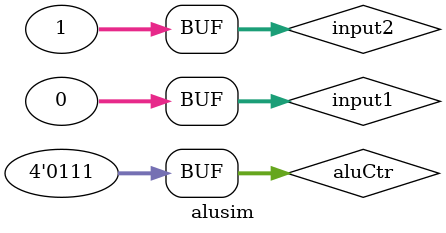
<source format=v>
`timescale 1ns / 1ps
module alusim;
// Inputs
reg [31:0] input1;
reg [31:0] input2;
reg [3:0] aluCtr;
// Outputs
wire [31:0] aluRes; wire zero;

// Instantiate the Unit Under Test (UUT) 
alu uut (
.input1(input1),
.input2(input2),
.aluCtr(aluCtr),
.aluRes(aluRes),
.zero(zero)
);

initial begin
// Initialize Inputs input1 = 1;
input2 = 1; aluCtr = 4'b0110; #100;
input1 = 2;
input2 = 1; aluCtr = 4'b0110; #100
input1 = 1;
input2 = 1;
aluCtr = 4'b0010; #100
input1 = 1;
input2 = 0; aluCtr = 4'b0000; #100
input1 = 1;
input2 = 0; aluCtr = 4'b0001; #100
input1 = 1;
input2 = 0; aluCtr = 4'b0111; #100
input1 = 0;
input2 = 1; aluCtr = 4'b0111;

end endmodule

</source>
